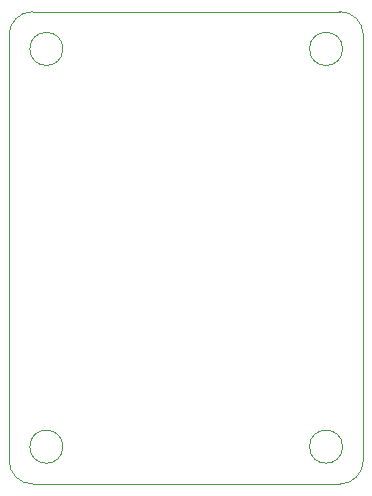
<source format=gm1>
%TF.GenerationSoftware,KiCad,Pcbnew,(6.0.4-0)*%
%TF.CreationDate,2022-07-19T19:10:53-04:00*%
%TF.ProjectId,PhotodiodeTIAVoltageReg,50686f74-6f64-4696-9f64-65544941566f,v01*%
%TF.SameCoordinates,Original*%
%TF.FileFunction,Profile,NP*%
%FSLAX46Y46*%
G04 Gerber Fmt 4.6, Leading zero omitted, Abs format (unit mm)*
G04 Created by KiCad (PCBNEW (6.0.4-0)) date 2022-07-19 19:10:53*
%MOMM*%
%LPD*%
G01*
G04 APERTURE LIST*
%TA.AperFunction,Profile*%
%ADD10C,0.025400*%
%TD*%
G04 APERTURE END LIST*
D10*
X104560000Y-96840000D02*
G75*
G03*
X104560000Y-96840000I-1400000J0D01*
G01*
X104560000Y-63160000D02*
G75*
G03*
X104560000Y-63160000I-1400000J0D01*
G01*
X128240000Y-63160000D02*
G75*
G03*
X128240000Y-63160000I-1400000J0D01*
G01*
X128240000Y-96840000D02*
G75*
G03*
X128240000Y-96840000I-1400000J0D01*
G01*
X130000000Y-62000000D02*
G75*
G03*
X128000000Y-60000000I-2000000J0D01*
G01*
X100000000Y-62000000D02*
X100000000Y-98000000D01*
X102000000Y-60000000D02*
G75*
G03*
X100000000Y-62000000I0J-2000000D01*
G01*
X130000000Y-98000000D02*
X130000000Y-62000000D01*
X102000000Y-100000000D02*
X128000000Y-100000000D01*
X128000000Y-100000000D02*
G75*
G03*
X130000000Y-98000000I0J2000000D01*
G01*
X100000000Y-98000000D02*
G75*
G03*
X102000000Y-100000000I2000000J0D01*
G01*
X128000000Y-60000000D02*
X102000000Y-60000000D01*
M02*

</source>
